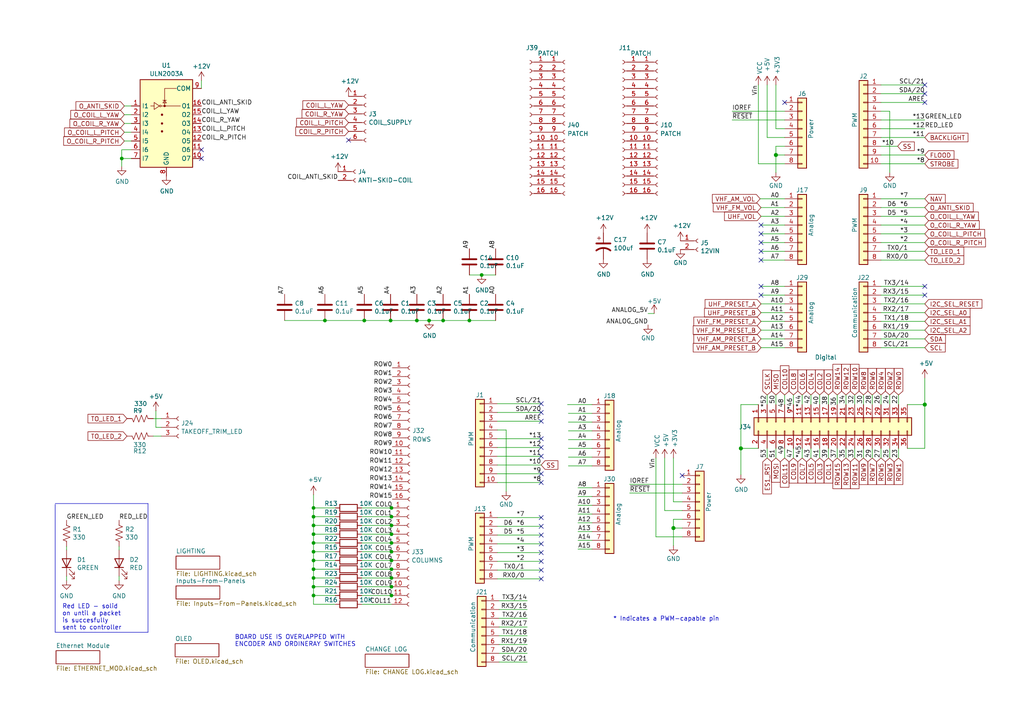
<source format=kicad_sch>
(kicad_sch (version 20231120) (generator "eeschema") (generator_version "8.0")
  (paper "A4")
  (title_block (date "2024-08-06"))
  (junction (at 113.538 154.94))
  (junction (at 113.538 160.02))
  (junction (at 113.538 149.86))
  (junction (at 214.884 130.048) (diameter 1.016))
  (junction (at 128.524 92.964))
  (junction (at 90.932 147.32))
  (junction (at 113.538 165.1))
  (junction (at 225.044 44.958) (diameter 1.016))
  (junction (at 124.46 92.964))
  (junction (at 113.538 172.72))
  (junction (at 35.306 45.974))
  (junction (at 139.7 79.756))
  (junction (at 90.932 157.48))
  (junction (at 90.932 149.86))
  (junction (at 90.932 165.1))
  (junction (at 94.234 92.964))
  (junction (at 113.538 167.64))
  (junction (at 113.538 170.18))
  (junction (at 120.904 92.964))
  (junction (at 90.932 152.4))
  (junction (at 90.932 167.64))
  (junction (at 90.932 154.94))
  (junction (at 90.932 172.72))
  (junction (at 113.284 92.964))
  (junction (at 90.932 160.02))
  (junction (at 113.538 147.32))
  (junction (at 113.538 157.48))
  (junction (at 113.538 152.4))
  (junction (at 105.664 92.964))
  (junction (at 90.932 162.56))
  (junction (at 195.326 153.162) (diameter 1.016))
  (junction (at 113.538 162.56))
  (junction (at 90.932 170.18))
  (junction (at 136.144 92.964))
  (junction (at 268.224 117.348) (diameter 1.016))
  (no_connect (at 156.972 122.174))
  (no_connect (at 156.972 167.894))
  (no_connect (at 220.726 72.898))
  (no_connect (at 156.972 119.634))
  (no_connect (at 58.42 43.434))
  (no_connect (at 156.972 162.814))
  (no_connect (at 156.972 165.354))
  (no_connect (at 156.972 117.094))
  (no_connect (at 156.972 129.794))
  (no_connect (at 58.42 45.974))
  (no_connect (at 220.726 75.438))
  (no_connect (at 156.972 132.334))
  (no_connect (at 156.972 139.954))
  (no_connect (at 268.224 24.638))
  (no_connect (at 156.972 152.654))
  (no_connect (at 268.224 85.598))
  (no_connect (at 156.972 137.414))
  (no_connect (at 220.726 83.058))
  (no_connect (at 156.972 150.114))
  (no_connect (at 220.726 70.358))
  (no_connect (at 197.866 137.922))
  (no_connect (at 156.972 160.274))
  (no_connect (at 220.726 65.278))
  (no_connect (at 156.972 155.194))
  (no_connect (at 156.972 127.254))
  (no_connect (at 220.726 85.598))
  (no_connect (at 220.726 67.818))
  (no_connect (at 227.584 29.718))
  (no_connect (at 268.224 29.718))
  (no_connect (at 268.224 27.178))
  (no_connect (at 156.972 157.734))
  (no_connect (at 101.092 40.64))
  (no_connect (at 268.224 83.058))
  (wire (pts (xy 255.524 75.438) (xy 268.224 75.438)))
  (wire (pts (xy 113.538 157.48) (xy 113.792 157.48)))
  (wire (pts (xy 104.902 170.18) (xy 113.538 170.18)))
  (wire (pts (xy 113.538 154.94) (xy 113.792 154.94)))
  (wire (pts (xy 220.472 57.658) (xy 227.584 57.658)))
  (polyline (pts (xy 42.926 183.388) (xy 42.926 146.05)))
  (wire (pts (xy 144.272 167.894) (xy 156.972 167.894)))
  (wire (pts (xy 220.726 62.738) (xy 227.584 62.738)))
  (wire (pts (xy 36.068 30.734) (xy 38.1 30.734)))
  (wire (pts (xy 190.246 155.702) (xy 190.246 132.842)))
  (wire (pts (xy 237.744 114.554) (xy 237.744 117.348)))
  (wire (pts (xy 36.068 33.274) (xy 38.1 33.274)))
  (wire (pts (xy 113.538 152.4) (xy 113.792 152.4)))
  (wire (pts (xy 45.212 119.126) (xy 45.212 123.952)))
  (wire (pts (xy 104.902 154.94) (xy 113.538 154.94)))
  (wire (pts (xy 97.282 170.18) (xy 90.932 170.18)))
  (wire (pts (xy 113.538 160.02) (xy 113.792 160.02)))
  (wire (pts (xy 220.726 83.058) (xy 227.584 83.058)))
  (wire (pts (xy 255.524 24.638) (xy 268.224 24.638)))
  (polyline (pts (xy 16.002 146.05) (xy 42.926 146.05)))
  (wire (pts (xy 220.726 100.838) (xy 227.584 100.838)))
  (wire (pts (xy 146.812 124.714) (xy 146.812 142.494)))
  (wire (pts (xy 144.272 160.274) (xy 156.972 160.274)))
  (wire (pts (xy 268.224 117.348) (xy 268.224 130.048)))
  (wire (pts (xy 219.964 117.348) (xy 214.884 117.348)))
  (wire (pts (xy 220.726 90.678) (xy 227.584 90.678)))
  (wire (pts (xy 164.846 130.048) (xy 171.704 130.048)))
  (wire (pts (xy 120.904 92.964) (xy 124.46 92.964)))
  (wire (pts (xy 36.068 38.354) (xy 38.1 38.354)))
  (wire (pts (xy 245.364 114.554) (xy 245.364 117.348)))
  (wire (pts (xy 90.932 170.18) (xy 90.932 172.72)))
  (wire (pts (xy 255.524 88.138) (xy 268.224 88.138)))
  (wire (pts (xy 225.044 42.418) (xy 225.044 44.958)))
  (wire (pts (xy 220.726 75.438) (xy 227.584 75.438)))
  (wire (pts (xy 242.824 130.048) (xy 242.824 132.842)))
  (wire (pts (xy 164.846 135.128) (xy 171.704 135.128)))
  (wire (pts (xy 164.846 122.428) (xy 171.704 122.428)))
  (wire (pts (xy 197.866 155.702) (xy 190.246 155.702)))
  (wire (pts (xy 225.044 114.554) (xy 225.044 117.348)))
  (wire (pts (xy 144.272 132.334) (xy 156.972 132.334)))
  (wire (pts (xy 225.044 44.958) (xy 225.044 50.038)))
  (wire (pts (xy 227.584 130.048) (xy 227.584 132.842)))
  (wire (pts (xy 143.764 92.964) (xy 136.144 92.964)))
  (wire (pts (xy 167.64 154.178) (xy 171.704 154.178)))
  (wire (pts (xy 255.524 130.048) (xy 255.524 132.842)))
  (wire (pts (xy 182.626 140.462) (xy 197.866 140.462)))
  (wire (pts (xy 225.044 37.338) (xy 227.584 37.338)))
  (wire (pts (xy 144.272 137.414) (xy 156.972 137.414)))
  (wire (pts (xy 90.932 167.64) (xy 90.932 170.18)))
  (wire (pts (xy 90.932 147.32) (xy 90.932 149.86)))
  (wire (pts (xy 182.626 143.002) (xy 197.866 143.002)))
  (wire (pts (xy 247.904 114.554) (xy 247.904 117.348)))
  (wire (pts (xy 222.504 39.878) (xy 227.584 39.878)))
  (wire (pts (xy 245.364 130.048) (xy 245.364 132.842)))
  (wire (pts (xy 19.304 158.496) (xy 19.304 159.512)))
  (wire (pts (xy 222.504 24.638) (xy 222.504 39.878)))
  (polyline (pts (xy 16.002 146.304) (xy 16.002 183.388)))
  (wire (pts (xy 252.984 130.048) (xy 252.984 132.842)))
  (wire (pts (xy 220.726 72.898) (xy 227.584 72.898)))
  (wire (pts (xy 144.272 152.654) (xy 156.972 152.654)))
  (wire (pts (xy 104.902 175.26) (xy 113.538 175.26)))
  (wire (pts (xy 255.524 34.798) (xy 268.224 34.798)))
  (wire (pts (xy 220.726 98.298) (xy 227.584 98.298)))
  (wire (pts (xy 225.044 24.638) (xy 225.044 37.338)))
  (wire (pts (xy 220.726 88.138) (xy 227.584 88.138)))
  (wire (pts (xy 255.524 57.658) (xy 268.224 57.658)))
  (wire (pts (xy 255.524 42.418) (xy 260.35 42.418)))
  (wire (pts (xy 255.524 37.338) (xy 268.224 37.338)))
  (wire (pts (xy 227.584 114.554) (xy 227.584 117.348)))
  (wire (pts (xy 255.524 60.198) (xy 268.224 60.198)))
  (wire (pts (xy 144.78 174.244) (xy 152.908 174.244)))
  (wire (pts (xy 167.64 144.018) (xy 171.704 144.018)))
  (wire (pts (xy 192.786 132.842) (xy 192.786 148.082)))
  (wire (pts (xy 195.326 132.842) (xy 195.326 145.542)))
  (wire (pts (xy 113.538 172.72) (xy 113.792 172.72)))
  (wire (pts (xy 255.524 95.758) (xy 268.224 95.758)))
  (wire (pts (xy 195.326 150.622) (xy 195.326 153.162)))
  (wire (pts (xy 97.282 162.56) (xy 90.932 162.56)))
  (wire (pts (xy 97.282 157.48) (xy 90.932 157.48)))
  (wire (pts (xy 144.78 179.324) (xy 152.908 179.324)))
  (wire (pts (xy 164.846 127.508) (xy 171.704 127.508)))
  (wire (pts (xy 58.42 23.368) (xy 58.42 25.654)))
  (wire (pts (xy 167.64 149.098) (xy 171.704 149.098)))
  (wire (pts (xy 144.272 124.714) (xy 146.812 124.714)))
  (wire (pts (xy 214.884 117.348) (xy 214.884 130.048)))
  (wire (pts (xy 38.1 43.434) (xy 35.306 43.434)))
  (wire (pts (xy 97.282 149.86) (xy 90.932 149.86)))
  (wire (pts (xy 219.964 130.048) (xy 214.884 130.048)))
  (wire (pts (xy 232.664 114.554) (xy 232.664 117.348)))
  (wire (pts (xy 255.524 44.958) (xy 268.224 44.958)))
  (wire (pts (xy 144.272 165.354) (xy 156.972 165.354)))
  (wire (pts (xy 220.726 67.818) (xy 227.584 67.818)))
  (wire (pts (xy 144.272 157.734) (xy 156.972 157.734)))
  (wire (pts (xy 235.204 114.554) (xy 235.204 117.348)))
  (wire (pts (xy 232.664 130.048) (xy 232.664 132.842)))
  (wire (pts (xy 250.444 130.048) (xy 250.444 132.842)))
  (wire (pts (xy 104.902 167.64) (xy 113.538 167.64)))
  (wire (pts (xy 255.524 65.278) (xy 268.224 65.278)))
  (wire (pts (xy 113.538 167.64) (xy 113.792 167.64)))
  (wire (pts (xy 242.824 114.554) (xy 242.824 117.348)))
  (wire (pts (xy 237.744 130.048) (xy 237.744 132.842)))
  (wire (pts (xy 90.932 160.02) (xy 90.932 162.56)))
  (wire (pts (xy 144.272 129.794) (xy 156.972 129.794)))
  (wire (pts (xy 220.726 70.358) (xy 227.584 70.358)))
  (wire (pts (xy 195.326 153.162) (xy 195.326 158.242)))
  (wire (pts (xy 212.344 32.258) (xy 227.584 32.258)))
  (wire (pts (xy 104.902 152.4) (xy 113.538 152.4)))
  (wire (pts (xy 144.78 176.784) (xy 152.908 176.784)))
  (wire (pts (xy 35.306 45.974) (xy 35.306 48.26)))
  (wire (pts (xy 90.932 165.1) (xy 90.932 167.64)))
  (wire (pts (xy 197.866 150.622) (xy 195.326 150.622)))
  (wire (pts (xy 44.45 121.412) (xy 46.736 121.412)))
  (wire (pts (xy 120.904 92.964) (xy 113.284 92.964)))
  (wire (pts (xy 104.902 162.56) (xy 113.538 162.56)))
  (wire (pts (xy 167.64 156.718) (xy 171.704 156.718)))
  (wire (pts (xy 44.45 126.492) (xy 46.736 126.492)))
  (wire (pts (xy 255.524 85.598) (xy 268.224 85.598)))
  (wire (pts (xy 268.224 109.728) (xy 268.224 117.348)))
  (wire (pts (xy 45.212 123.952) (xy 46.736 123.952)))
  (wire (pts (xy 34.544 167.132) (xy 34.544 168.402)))
  (wire (pts (xy 97.282 160.02) (xy 90.932 160.02)))
  (wire (pts (xy 90.932 162.56) (xy 90.932 165.1)))
  (wire (pts (xy 128.524 92.964) (xy 136.144 92.964)))
  (wire (pts (xy 258.064 32.258) (xy 258.064 50.038)))
  (wire (pts (xy 144.272 162.814) (xy 156.972 162.814)))
  (wire (pts (xy 255.524 100.838) (xy 268.224 100.838)))
  (wire (pts (xy 167.64 159.258) (xy 171.704 159.258)))
  (wire (pts (xy 144.78 192.024) (xy 152.908 192.024)))
  (wire (pts (xy 97.282 154.94) (xy 90.932 154.94)))
  (wire (pts (xy 255.524 29.718) (xy 268.224 29.718)))
  (wire (pts (xy 167.64 141.478) (xy 171.704 141.478)))
  (wire (pts (xy 263.144 117.348) (xy 268.224 117.348)))
  (wire (pts (xy 97.282 165.1) (xy 90.932 165.1)))
  (wire (pts (xy 260.604 114.554) (xy 260.604 117.348)))
  (wire (pts (xy 255.524 93.218) (xy 268.224 93.218)))
  (wire (pts (xy 220.726 65.278) (xy 227.584 65.278)))
  (wire (pts (xy 34.544 158.496) (xy 34.544 159.512)))
  (wire (pts (xy 144.78 186.944) (xy 152.908 186.944)))
  (wire (pts (xy 220.726 95.758) (xy 227.584 95.758)))
  (wire (pts (xy 90.932 172.72) (xy 90.932 175.26)))
  (wire (pts (xy 167.64 151.638) (xy 171.704 151.638)))
  (wire (pts (xy 212.344 34.798) (xy 227.584 34.798)))
  (wire (pts (xy 104.902 172.72) (xy 113.538 172.72)))
  (wire (pts (xy 255.524 83.058) (xy 268.224 83.058)))
  (wire (pts (xy 113.284 92.964) (xy 105.664 92.964)))
  (wire (pts (xy 227.584 44.958) (xy 225.044 44.958)))
  (wire (pts (xy 104.902 147.32) (xy 113.538 147.32)))
  (wire (pts (xy 144.272 155.194) (xy 156.972 155.194)))
  (wire (pts (xy 82.55 92.964) (xy 94.234 92.964)))
  (wire (pts (xy 195.326 145.542) (xy 197.866 145.542)))
  (wire (pts (xy 250.444 114.554) (xy 250.444 117.348)))
  (polyline (pts (xy 16.002 183.388) (xy 42.926 183.388)))
  (wire (pts (xy 113.538 149.86) (xy 113.792 149.86)))
  (wire (pts (xy 144.272 150.114) (xy 156.972 150.114)))
  (wire (pts (xy 220.726 60.198) (xy 227.584 60.198)))
  (wire (pts (xy 255.524 114.554) (xy 255.524 117.348)))
  (wire (pts (xy 227.584 47.498) (xy 219.964 47.498)))
  (wire (pts (xy 222.504 114.554) (xy 222.504 117.348)))
  (wire (pts (xy 220.726 85.598) (xy 227.584 85.598)))
  (wire (pts (xy 230.124 114.554) (xy 230.124 117.348)))
  (wire (pts (xy 113.538 162.56) (xy 113.792 162.56)))
  (wire (pts (xy 97.282 147.32) (xy 90.932 147.32)))
  (wire (pts (xy 225.044 130.048) (xy 225.044 132.842)))
  (wire (pts (xy 94.234 92.964) (xy 105.664 92.964)))
  (wire (pts (xy 144.272 122.174) (xy 156.972 122.174)))
  (wire (pts (xy 240.284 114.554) (xy 240.284 117.348)))
  (wire (pts (xy 113.538 170.18) (xy 113.792 170.18)))
  (wire (pts (xy 104.902 165.1) (xy 113.538 165.1)))
  (wire (pts (xy 113.538 147.32) (xy 113.792 147.32)))
  (wire (pts (xy 90.932 157.48) (xy 90.932 160.02)))
  (wire (pts (xy 97.282 167.64) (xy 90.932 167.64)))
  (wire (pts (xy 247.904 130.048) (xy 247.904 132.842)))
  (wire (pts (xy 164.846 132.588) (xy 171.704 132.588)))
  (wire (pts (xy 144.78 181.864) (xy 152.908 181.864)))
  (wire (pts (xy 144.272 127.254) (xy 156.972 127.254)))
  (wire (pts (xy 222.504 130.048) (xy 222.504 132.842)))
  (wire (pts (xy 255.524 90.678) (xy 268.224 90.678)))
  (wire (pts (xy 255.524 32.258) (xy 258.064 32.258)))
  (wire (pts (xy 240.284 130.048) (xy 240.284 132.842)))
  (wire (pts (xy 104.902 149.86) (xy 113.538 149.86)))
  (wire (pts (xy 113.538 165.1) (xy 113.792 165.1)))
  (wire (pts (xy 220.726 93.218) (xy 227.584 93.218)))
  (wire (pts (xy 90.932 149.86) (xy 90.932 152.4)))
  (wire (pts (xy 227.584 42.418) (xy 225.044 42.418)))
  (wire (pts (xy 144.78 184.404) (xy 152.908 184.404)))
  (wire (pts (xy 255.524 39.878) (xy 268.224 39.878)))
  (wire (pts (xy 124.46 92.964) (xy 128.524 92.964)))
  (wire (pts (xy 36.068 40.894) (xy 38.1 40.894)))
  (wire (pts (xy 143.764 79.756) (xy 139.7 79.756)))
  (wire (pts (xy 197.866 153.162) (xy 195.326 153.162)))
  (wire (pts (xy 144.272 139.954) (xy 156.972 139.954)))
  (wire (pts (xy 164.846 119.888) (xy 171.704 119.888)))
  (wire (pts (xy 104.902 157.48) (xy 113.538 157.48)))
  (wire (pts (xy 255.524 62.738) (xy 268.224 62.738)))
  (wire (pts (xy 144.78 189.484) (xy 152.908 189.484)))
  (wire (pts (xy 164.592 117.348) (xy 171.704 117.348)))
  (wire (pts (xy 144.272 119.634) (xy 156.972 119.634)))
  (wire (pts (xy 164.846 124.968) (xy 171.704 124.968)))
  (wire (pts (xy 255.524 98.298) (xy 268.224 98.298)))
  (wire (pts (xy 35.306 45.974) (xy 38.1 45.974)))
  (wire (pts (xy 268.224 130.048) (xy 263.144 130.048)))
  (wire (pts (xy 187.96 90.932) (xy 189.738 90.932)))
  (wire (pts (xy 36.068 35.814) (xy 38.1 35.814)))
  (wire (pts (xy 90.932 152.4) (xy 90.932 154.94)))
  (wire (pts (xy 35.306 43.434) (xy 35.306 45.974)))
  (wire (pts (xy 260.604 130.048) (xy 260.604 132.842)))
  (wire (pts (xy 255.524 27.178) (xy 268.224 27.178)))
  (wire (pts (xy 90.932 143.51) (xy 90.932 147.32)))
  (wire (pts (xy 144.272 117.094) (xy 156.972 117.094)))
  (wire (pts (xy 258.064 130.048) (xy 258.064 132.842)))
  (wire (pts (xy 104.902 160.02) (xy 113.538 160.02)))
  (wire (pts (xy 255.524 70.358) (xy 268.224 70.358)))
  (wire (pts (xy 252.984 114.554) (xy 252.984 117.348)))
  (wire (pts (xy 97.282 152.4) (xy 90.932 152.4)))
  (wire (pts (xy 255.524 67.818) (xy 268.224 67.818)))
  (wire (pts (xy 90.932 172.72) (xy 97.282 172.72)))
  (wire (pts (xy 90.932 175.26) (xy 97.282 175.26)))
  (wire (pts (xy 235.204 130.048) (xy 235.204 132.842)))
  (wire (pts (xy 167.64 146.558) (xy 171.704 146.558)))
  (wire (pts (xy 139.7 79.756) (xy 136.144 79.756)))
  (wire (pts (xy 258.064 114.554) (xy 258.064 117.348)))
  (wire (pts (xy 90.932 154.94) (xy 90.932 157.48)))
  (wire (pts (xy 255.524 72.898) (xy 268.224 72.898)))
  (wire (pts (xy 219.964 47.498) (xy 219.964 24.638)))
  (wire (pts (xy 214.884 130.048) (xy 214.884 137.668)))
  (wire (pts (xy 144.272 134.874) (xy 156.972 134.874)))
  (wire (pts (xy 192.786 148.082) (xy 197.866 148.082)))
  (wire (pts (xy 19.304 167.132) (xy 19.304 168.402)))
  (wire (pts (xy 255.524 47.498) (xy 268.224 47.498)))
  (wire (pts (xy 230.124 130.048) (xy 230.124 132.842)))
  (text "BOARD USE IS OVERLAPPED WITH\nENCODER AND ORDINERAY SWITCHES" (at 68.072 187.706 0) (effects (font (size 1.27 1.27)) (justify left bottom)))
  (text "Red LED - solid\non until a packet\nis succesfully \nsent to controller" (at 18.034 182.88 0) (effects (font (size 1.27 1.27)) (justify left bottom)))
  (text "* Indicates a PWM-capable pin" (at 177.8 180.34 0) (effects (font (size 1.27 1.27)) (justify left bottom)))
  (label "A10" (at 223.52 88.138 0))
  (label "*6" (at 152.146 152.654 180))
  (label "RX0{slash}0" (at 263.398 75.438 180))
  (label "A15" (at 223.52 100.838 0))
  (label "ROW9" (at 113.792 129.54 180))
  (label "ROW5" (at 113.792 119.38 180))
  (label "D6" (at 146.05 152.654 0))
  (label "A2" (at 223.52 62.738 0))
  (label "RX2{slash}17" (at 263.652 90.678 180))
  (label "A6" (at 94.234 85.344 90))
  (label "ANALOG_5V" (at 187.96 90.932 180))
  (label "A10" (at 167.64 146.558 0))
  (label "*4" (at 263.398 65.278 180))
  (label "*8" (at 156.972 139.954 180))
  (label "ROW15" (at 113.792 144.78 180))
  (label "D5" (at 257.302 62.738 0))
  (label "COL7" (at 113.792 165.1 180))
  (label "A9" (at 167.64 144.018 0))
  (label "ROW8" (at 113.792 127 180))
  (label "COL10" (at 113.792 172.72 180))
  (label "RX3{slash}15" (at 152.908 176.784 180))
  (label "SDA{slash}20" (at 263.652 98.298 180))
  (label "26" (at 255.524 114.554 270))
  (label "RX1{slash}19" (at 152.908 186.944 180))
  (label "31" (at 250.444 132.842 90))
  (label "COL5" (at 113.792 160.02 180))
  (label "*2" (at 152.146 162.814 180))
  (label "22" (at 260.604 114.554 270))
  (label "A9" (at 136.144 72.136 90))
  (label "33" (at 247.904 132.842 90))
  (label "36" (at 242.824 115.062 270))
  (label "*2" (at 263.398 70.358 180))
  (label "Vin" (at 190.246 132.842 270))
  (label "*13" (at 156.972 127.254 180))
  (label "A1" (at 167.64 119.888 0))
  (label "TX1{slash}18" (at 263.652 93.218 180))
  (label "A4" (at 167.64 127.508 0))
  (label "*44" (at 232.664 114.554 270))
  (label "A3" (at 223.52 65.278 0))
  (label "49" (at 227.584 131.826 90))
  (label "ROW7" (at 113.792 124.46 180))
  (label "A2" (at 167.64 122.428 0))
  (label "RED_LED" (at 268.224 37.338 0))
  (label "*5" (at 152.146 155.194 180))
  (label "*13" (at 268.224 34.798 180))
  (label "A2" (at 128.524 85.344 90))
  (label "*52" (at 222.504 114.554 270))
  (label "*12" (at 268.224 37.338 180))
  (label "40" (at 237.744 114.808 270))
  (label "*10" (at 156.972 134.874 180))
  (label "GREEN_LED" (at 19.304 150.876 0))
  (label "~{RESET}" (at 212.344 34.798 0))
  (label "D6" (at 257.302 60.198 0))
  (label "COL6" (at 113.792 162.56 180))
  (label "SDA{slash}20" (at 156.972 119.634 180))
  (label "COIL_ANTI_SKID" (at 98.044 52.324 180))
  (label "35" (at 245.364 132.842 90))
  (label "A5" (at 167.64 130.048 0))
  (label "ROW0" (at 113.792 106.68 180))
  (label "A7" (at 82.55 85.344 90))
  (label "*10" (at 259.334 42.418 180))
  (label "A0" (at 167.64 117.348 0))
  (label "*4" (at 152.146 157.734 180))
  (label "D5" (at 146.05 155.194 0))
  (label "ROW12" (at 113.792 137.16 180))
  (label "COIL_L_YAW" (at 58.42 33.274 0))
  (label "*12" (at 156.972 129.794 180))
  (label "ROW4" (at 113.792 116.84 180))
  (label "28" (at 252.984 114.554 270))
  (label "RED_LED" (at 34.544 150.876 0))
  (label "TX3{slash}14" (at 152.908 174.244 180))
  (label "*9" (at 156.972 137.414 180))
  (label "23" (at 260.604 132.842 90))
  (label "A1" (at 136.144 85.344 90))
  (label "A15" (at 167.64 159.258 0))
  (label "A3" (at 120.904 85.344 90))
  (label "SCL{slash}21" (at 152.908 192.024 180))
  (label "GREEN_LED" (at 268.224 34.798 0))
  (label "29" (at 252.984 132.842 90))
  (label "A13" (at 223.52 95.758 0))
  (label "41" (at 237.744 132.842 90))
  (label "30" (at 250.444 114.554 270))
  (label "47" (at 230.124 132.842 90))
  (label "34" (at 245.364 114.554 270))
  (label "*45" (at 232.664 132.842 90))
  (label "38" (at 240.284 114.808 270))
  (label "A12" (at 167.64 151.638 0))
  (label "51" (at 225.044 132.842 90))
  (label "*7" (at 263.398 57.658 180))
  (label "SDA{slash}20" (at 268.224 27.178 180))
  (label "*8" (at 268.224 47.498 180))
  (label "ROW10" (at 113.792 132.08 180))
  (label "RX2{slash}17" (at 152.908 181.864 180))
  (label "A9" (at 223.52 85.598 0))
  (label "SCL{slash}21" (at 156.972 117.094 180))
  (label "RX0{slash}0" (at 152.146 167.894 180))
  (label "*11" (at 268.224 39.878 180))
  (label "*3" (at 263.398 67.818 180))
  (label "ROW2" (at 113.792 111.76 180))
  (label "A6" (at 223.52 72.898 0))
  (label "COL11" (at 113.538 175.26 180))
  (label "TX1{slash}18" (at 152.908 184.404 180))
  (label "42" (at 235.204 114.554 270))
  (label "A1" (at 223.52 60.198 0))
  (label "53" (at 222.504 132.842 90))
  (label "SDA{slash}20" (at 152.908 189.484 180))
  (label "TX0{slash}1" (at 263.398 72.898 180))
  (label "A13" (at 167.64 154.178 0))
  (label "24" (at 258.064 114.554 270))
  (label "RX1{slash}19" (at 263.652 95.758 180))
  (label "A0" (at 143.764 85.344 90))
  (label "IOREF" (at 182.626 140.462 0))
  (label "A0" (at 223.52 57.658 0))
  (label "AREF" (at 268.224 29.718 180))
  (label "COL9" (at 113.792 170.18 180))
  (label "A14" (at 223.52 98.298 0))
  (label "39" (at 240.284 132.842 90))
  (label "A8" (at 223.52 83.058 0))
  (label "A7" (at 167.64 135.128 0))
  (label "ROW11" (at 113.792 134.62 180))
  (label "Vin" (at 219.964 24.638 270))
  (label "A6" (at 167.64 132.588 0))
  (label "27" (at 255.524 132.842 90))
  (label "ROW3" (at 113.792 114.3 180))
  (label "37" (at 242.824 132.842 90))
  (label "25" (at 258.064 132.842 90))
  (label "*6" (at 263.398 60.198 180))
  (label "ROW6" (at 113.792 121.92 180))
  (label "*46" (at 230.124 115.316 270))
  (label "SCL{slash}21" (at 268.224 24.638 180))
  (label "*9" (at 268.224 44.958 180))
  (label "~{RESET}" (at 182.626 143.002 0))
  (label "ROW1" (at 113.792 109.22 180))
  (label "50" (at 225.044 114.554 270))
  (label "TX2{slash}16" (at 263.652 88.138 180))
  (label "COL0" (at 113.792 147.32 180))
  (label "COL4" (at 113.792 157.48 180))
  (label "ROW13" (at 113.792 139.7 180))
  (label "TX0{slash}1" (at 152.146 165.354 180))
  (label "COL1" (at 113.792 149.86 180))
  (label "A8" (at 143.764 72.136 90))
  (label "*5" (at 263.398 62.738 180))
  (label "*11" (at 156.972 132.334 180))
  (label "ROW14" (at 113.792 142.24 180))
  (label "AREF" (at 156.972 122.174 180))
  (label "COIL_L_PITCH" (at 58.42 38.354 0))
  (label "IOREF" (at 212.344 32.258 0))
  (label "TX2{slash}16" (at 152.908 179.324 180))
  (label "*7" (at 152.146 150.114 180))
  (label "COIL_R_PITCH" (at 58.42 40.894 0))
  (label "A7" (at 223.52 75.438 0))
  (label "COIL_ANTI_SKID" (at 58.42 30.734 0))
  (label "A3" (at 167.64 124.968 0))
  (label "A11" (at 223.52 90.678 0))
  (label "A4" (at 223.52 67.818 0))
  (label "COL2" (at 113.792 152.4 180))
  (label "A5" (at 105.664 85.344 90))
  (label "A5" (at 223.52 70.358 0))
  (label "COIL_R_YAW" (at 58.42 35.814 0))
  (label "RX3{slash}15" (at 263.652 85.598 180))
  (label "ANALOG_GND" (at 187.96 94.234 180))
  (label "COL3" (at 113.792 154.94 180))
  (label "TX3{slash}14" (at 263.652 83.058 180))
  (label "A11" (at 167.64 149.098 0))
  (label "A8" (at 167.64 141.478 0))
  (label "A4" (at 113.284 85.344 90))
  (label "*3" (at 152.146 160.274 180))
  (label "COL8" (at 113.792 167.64 180))
  (label "32" (at 247.904 114.554 270))
  (label "43" (at 235.204 132.842 90))
  (label "A12" (at 223.52 93.218 0))
  (label "A14" (at 167.64 156.718 0))
  (label "SCL{slash}21" (at 263.652 100.838 180))
  (label "48" (at 227.584 115.57 270))
  (global_label "ROW12" (shape input) (at 245.364 114.554 90) (property "Intersheetrefs" "${INTERSHEET_REFS}" (effects (hide yes))))
  (global_label "ROW14" (shape input) (at 242.824 114.554 90) (property "Intersheetrefs" "${INTERSHEET_REFS}" (effects (hide yes))))
  (global_label "COL4" (shape input) (at 235.204 114.554 90) (property "Intersheetrefs" "${INTERSHEET_REFS}" (effects (hide yes))))
  (global_label "O_COIL_R_PITCH" (shape input) (at 36.068 40.894 180) (property "Intersheetrefs" "${INTERSHEET_REFS}" (effects (hide yes))))
  (global_label "I2C_SEL_A1" (shape input) (at 268.224 93.218 0) (property "Intersheetrefs" "${INTERSHEET_REFS}" (effects (hide yes))))
  (global_label "FLOOD" (shape input) (at 268.224 44.958 0) (property "Intersheetrefs" "${INTERSHEET_REFS}" (effects (hide yes))))
  (global_label "COIL_R_PITCH" (shape input) (at 101.092 38.1 180) (property "Intersheetrefs" "${INTERSHEET_REFS}" (effects (hide yes))))
  (global_label "O_COIL_L_PITCH" (shape input) (at 268.224 67.818 0) (property "Intersheetrefs" "${INTERSHEET_REFS}" (effects (hide yes))))
  (global_label "O_COIL_R_PITCH" (shape input) (at 268.224 70.358 0) (property "Intersheetrefs" "${INTERSHEET_REFS}" (effects (hide yes))))
  (global_label "O_ANTI_SKID" (shape input) (at 268.224 60.198 0) (property "Intersheetrefs" "${INTERSHEET_REFS}" (effects (hide yes))))
  (global_label "COIL_L_YAW" (shape input) (at 101.092 30.48 180) (property "Intersheetrefs" "${INTERSHEET_REFS}" (effects (hide yes))))
  (global_label "ROW8" (shape input) (at 250.444 114.554 90) (property "Intersheetrefs" "${INTERSHEET_REFS}" (effects (hide yes))))
  (global_label "SS" (shape input) (at 156.972 134.874 0) (property "Intersheetrefs" "${INTERSHEET_REFS}" (effects (hide yes))))
  (global_label "ROW6" (shape input) (at 252.984 114.554 90) (property "Intersheetrefs" "${INTERSHEET_REFS}" (effects (hide yes))))
  (global_label "SS" (shape input) (at 260.35 42.418 0) (property "Intersheetrefs" "${INTERSHEET_REFS}" (effects (hide yes))))
  (global_label "TO_LED_1" (shape input) (at 268.224 72.898 0) (property "Intersheetrefs" "${INTERSHEET_REFS}" (effects (hide yes))))
  (global_label "COL10" (shape input) (at 227.584 114.554 90) (property "Intersheetrefs" "${INTERSHEET_REFS}" (effects (hide yes))))
  (global_label "O_ANTI_SKID" (shape input) (at 36.068 30.734 180) (property "Intersheetrefs" "${INTERSHEET_REFS}" (effects (hide yes))))
  (global_label "TO_LED_2" (shape input) (at 268.224 75.438 0) (property "Intersheetrefs" "${INTERSHEET_REFS}" (effects (hide yes))))
  (global_label "UHF_VOL" (shape input) (at 220.726 62.738 180) (property "Intersheetrefs" "${INTERSHEET_REFS}" (effects (hide yes))))
  (global_label "COIL_L_PITCH" (shape input) (at 101.092 35.56 180) (property "Intersheetrefs" "${INTERSHEET_REFS}" (effects (hide yes))))
  (global_label "COL11" (shape input) (at 227.584 132.842 270) (property "Intersheetrefs" "${INTERSHEET_REFS}" (effects (hide yes))))
  (global_label "SCL" (shape input) (at 268.224 100.838 0) (property "Intersheetrefs" "${INTERSHEET_REFS}" (effects (hide yes))))
  (global_label "TO_LED_1" (shape input) (at 36.83 121.412 180) (property "Intersheetrefs" "${INTERSHEET_REFS}" (effects (hide yes))))
  (global_label "ROW5" (shape input) (at 255.524 132.842 270) (property "Intersheetrefs" "${INTERSHEET_REFS}" (effects (hide yes))))
  (global_label "ES1_RST" (shape input) (at 222.504 132.842 270) (property "Intersheetrefs" "${INTERSHEET_REFS}" (effects (hide yes))))
  (global_label "VHF_FM_PRESET_B" (shape input) (at 220.726 95.758 180) (property "Intersheetrefs" "${INTERSHEET_REFS}" (effects (hide yes))))
  (global_label "MISO" (shape input) (at 225.044 114.554 90) (property "Intersheetrefs" "${INTERSHEET_REFS}" (effects (hide yes))))
  (global_label "UHF_PRESET_A" (shape input) (at 220.726 88.138 180) (property "Intersheetrefs" "${INTERSHEET_REFS}" (effects (hide yes))))
  (global_label "STROBE" (shape input) (at 268.224 47.498 0) (property "Intersheetrefs" "${INTERSHEET_REFS}" (effects (hide yes))))
  (global_label "VHF_FM_VOL" (shape input) (at 220.726 60.198 180) (property "Intersheetrefs" "${INTERSHEET_REFS}" (effects (hide yes))))
  (global_label "MOSI" (shape input) (at 225.044 132.842 270) (property "Intersheetrefs" "${INTERSHEET_REFS}" (effects (hide yes))))
  (global_label "COL0" (shape input) (at 240.284 114.554 90) (property "Intersheetrefs" "${INTERSHEET_REFS}" (effects (hide yes))))
  (global_label "ROW11" (shape input) (at 247.904 132.842 270) (property "Intersheetrefs" "${INTERSHEET_REFS}" (effects (hide yes))))
  (global_label "BACKLIGHT" (shape input) (at 268.224 39.878 0) (property "Intersheetrefs" "${INTERSHEET_REFS}" (effects (hide yes))))
  (global_label "COL6" (shape input) (at 232.664 114.554 90) (property "Intersheetrefs" "${INTERSHEET_REFS}" (effects (hide yes))))
  (global_label "SCLK" (shape input) (at 222.504 114.554 90) (property "Intersheetrefs" "${INTERSHEET_REFS}" (effects (hide yes))))
  (global_label "ROW15" (shape input) (at 242.824 132.842 270) (property "Intersheetrefs" "${INTERSHEET_REFS}" (effects (hide yes))))
  (global_label "ROW10" (shape input) (at 247.904 114.554 90) (property "Intersheetrefs" "${INTERSHEET_REFS}" (effects (hide yes))))
  (global_label "COL9" (shape input) (at 230.124 132.842 270) (property "Intersheetrefs" "${INTERSHEET_REFS}" (effects (hide yes))))
  (global_label "ROW4" (shape input) (at 255.524 114.554 90) (property "Intersheetrefs" "${INTERSHEET_REFS}" (effects (hide yes))))
  (global_label "I2C_SEL_A2" (shape input) (at 268.224 95.758 0) (property "Intersheetrefs" "${INTERSHEET_REFS}" (effects (hide yes))))
  (global_label "VHF_AM_PRESET_A" (shape input) (at 220.726 98.298 180) (property "Intersheetrefs" "${INTERSHEET_REFS}" (effects (hide yes))))
  (global_label "ROW13" (shape input) (at 245.364 132.842 270) (property "Intersheetrefs" "${INTERSHEET_REFS}" (effects (hide yes))))
  (global_label "I2C_SEL_A0" (shape input) (at 268.224 90.678 0) (property "Intersheetrefs" "${INTERSHEET_REFS}" (effects (hide yes))))
  (global_label "COL2" (shape input) (at 237.744 114.554 90) (property "Intersheetrefs" "${INTERSHEET_REFS}" (effects (hide yes))))
  (global_label "SDA" (shape input) (at 268.224 98.298 0) (property "Intersheetrefs" "${INTERSHEET_REFS}" (effects (hide yes))))
  (global_label "VHF_AM_VOL" (shape input) (at 220.472 57.658 180) (property "Intersheetrefs" "${INTERSHEET_REFS}" (effects (hide yes))))
  (global_label "TO_LED_2" (shape input) (at 36.83 126.492 180) (property "Intersheetrefs" "${INTERSHEET_REFS}" (effects (hide yes))))
  (global_label "VHF_AM_PRESET_B" (shape input) (at 220.726 100.838 180) (property "Intersheetrefs" "${INTERSHEET_REFS}" (effects (hide yes))))
  (global_label "O_COIL_L_PITCH" (shape input) (at 36.068 38.354 180) (property "Intersheetrefs" "${INTERSHEET_REFS}" (effects (hide yes))))
  (global_label "COL8" (shape input) (at 230.124 114.554 90) (property "Intersheetrefs" "${INTERSHEET_REFS}" (effects (hide yes))))
  (global_label "COL7" (shape input) (at 232.664 132.842 270) (property "Intersheetrefs" "${INTERSHEET_REFS}" (effects (hide yes))))
  (global_label "O_COIL_R_YAW" (shape input) (at 36.068 35.814 180) (property "Intersheetrefs" "${INTERSHEET_REFS}" (effects (hide yes))))
  (global_label "I2C_SEL_RESET" (shape input) (at 268.224 88.138 0) (property "Intersheetrefs" "${INTERSHEET_REFS}" (effects (hide yes))))
  (global_label "O_COIL_L_YAW" (shape input) (at 36.068 33.274 180) (property "Intersheetrefs" "${INTERSHEET_REFS}" (effects (hide yes))))
  (global_label "ROW9" (shape input) (at 250.444 132.842 270) (property "Intersheetrefs" "${INTERSHEET_REFS}" (effects (hide yes))))
  (global_label "COIL_R_YAW" (shape input) (at 101.092 33.02 180) (property "Intersheetrefs" "${INTERSHEET_REFS}" (effects (hide yes))))
  (global_label "VHF_FM_PRESET_A" (shape input) (at 220.726 93.218 180) (property "Intersheetrefs" "${INTERSHEET_REFS}" (effects (hide yes))))
  (global_label "COL5" (shape input) (at 235.204 132.842 270) (property "Intersheetrefs" "${INTERSHEET_REFS}" (effects (hide yes))))
  (global_label "ROW2" (shape input) (at 258.064 114.554 90) (property "Intersheetrefs" "${INTERSHEET_REFS}" (effects (hide yes))))
  (global_label "UHF_PRESET_B" (shape input) (at 220.726 90.678 180) (property "Intersheetrefs" "${INTERSHEET_REFS}" (effects (hide yes))))
  (global_label "ROW1" (shape input) (at 260.604 132.842 270) (property "Intersheetrefs" "${INTERSHEET_REFS}" (effects (hide yes))))
  (global_label "COL3" (shape input) (at 237.744 132.842 270) (property "Intersheetrefs" "${INTERSHEET_REFS}" (effects (hide yes))))
  (global_label "O_COIL_L_YAW" (shape input) (at 268.224 62.738 0) (property "Intersheetrefs" "${INTERSHEET_REFS}" (effects (hide yes))))
  (global_label "COL1" (shape input) (at 240.284 132.842 270) (property "Intersheetrefs" "${INTERSHEET_REFS}" (effects (hide yes))))
  (global_label "NAV" (shape input) (at 268.224 57.658 0) (property "Intersheetrefs" "${INTERSHEET_REFS}" (effects (hide yes))))
  (global_label "ROW3" (shape input) (at 258.064 132.842 270) (property "Intersheetrefs" "${INTERSHEET_REFS}" (effects (hide yes))))
  (global_label "ROW7" (shape input) (at 252.984 132.842 270) (property "Intersheetrefs" "${INTERSHEET_REFS}" (effects (hide yes))))
  (global_label "O_COIL_R_YAW" (shape input) (at 268.224 65.278 0) (property "Intersheetrefs" "${INTERSHEET_REFS}" (effects (hide yes))))
  (global_label "ROW0" (shape input) (at 260.604 114.554 90) (property "Intersheetrefs" "${INTERSHEET_REFS}" (effects (hide yes))))
  (symbol (lib_id "Connector_Generic:Conn_01x08") (at 232.664 37.338 0) (unit 1)
    (property "Reference" "J6" (at 232.664 27.178 0))
    (property "Value" "Power" (at 235.204 37.338 90))
    (property "Footprint" "Connector_PinSocket_2.54mm:PinSocket_1x08_P2.54mm_Vertical" (effects (hide yes)))
  )
  (symbol (lib_id "power:+3V3") (at 225.044 24.638 0) (unit 1)
    (property "Reference" "#PWR023" (effects (hide yes)))
    (property "Value" "+3V3" (at 225.425 21.59 90) (effects (justify left)))
  )
  (symbol (lib_id "power:+5V") (at 222.504 24.638 0) (unit 1)
    (property "Reference" "#PWR022" (effects (hide yes)))
    (property "Value" "+5V" (at 222.504 20.828 90) (effects (justify left)))
  )
  (symbol (lib_id "power:GND") (at 225.044 50.038 0) (unit 1)
    (property "Reference" "#PWR024" (effects (hide yes)))
    (property "Value" "GND" (at 225.044 53.848 0))
  )
  (symbol (lib_id "Connector_Generic:Conn_01x10") (at 250.444 34.798 0) (mirror y) (unit 1)
    (property "Reference" "J2" (at 250.444 22.098 0))
    (property "Value" "PWM" (at 247.904 34.798 90))
    (property "Footprint" "Connector_PinSocket_2.54mm:PinSocket_1x10_P2.54mm_Vertical" (effects (hide yes)))
  )
  (symbol (lib_id "power:GND") (at 258.064 50.038 0) (unit 1)
    (property "Reference" "#PWR025" (effects (hide yes)))
    (property "Value" "GND" (at 258.064 53.848 0))
  )
  (symbol (lib_id "Connector_Generic:Conn_01x08") (at 232.664 65.278 0) (unit 1)
    (property "Reference" "J17" (at 232.664 55.118 0))
    (property "Value" "Analog" (at 235.204 65.278 90))
    (property "Footprint" "Connector_PinSocket_2.54mm:PinSocket_1x08_P2.54mm_Vertical" (effects (hide yes)))
  )
  (symbol (lib_id "Connector_Generic:Conn_01x08") (at 250.444 65.278 0) (mirror y) (unit 1)
    (property "Reference" "J9" (at 250.444 55.118 0))
    (property "Value" "PWM" (at 247.904 65.278 90))
    (property "Footprint" "Connector_PinSocket_2.54mm:PinSocket_1x08_P2.54mm_Vertical" (effects (hide yes)))
  )
  (symbol (lib_id "Connector_Generic:Conn_01x08") (at 232.664 90.678 0) (unit 1)
    (property "Reference" "J29" (at 232.664 80.518 0))
    (property "Value" "Analog" (at 235.204 90.678 90))
    (property "Footprint" "Connector_PinSocket_2.54mm:PinSocket_1x08_P2.54mm_Vertical" (effects (hide yes)))
  )
  (symbol (lib_id "Connector_Generic:Conn_01x08") (at 250.444 90.678 0) (mirror y) (unit 1)
    (property "Reference" "J22" (at 250.444 80.518 0))
    (property "Value" "Communication" (at 247.904 90.678 90))
    (property "Footprint" "Connector_PinSocket_2.54mm:PinSocket_1x08_P2.54mm_Vertical" (effects (hide yes)))
  )
  (symbol (lib_id "Connector_Generic:Conn_02x18_Odd_Even") (at 240.284 122.428 90) (mirror x) (unit 1)
    (property "Reference" "J34" (at 217.9319 123.8186 90) (effects (justify left)))
    (property "Value" "Digital" (at 239.522 103.632 90))
    (property "Footprint" "Connector_PinSocket_2.54mm:PinSocket_2x18_P2.54mm_Vertical" (effects (hide yes)))
  )
  (symbol (lib_id "power:GND") (at 214.884 137.668 0) (unit 1)
    (property "Reference" "#PWR020" (effects (hide yes)))
    (property "Value" "GND" (at 214.9983 141.9924 0))
  )
  (symbol (lib_id "power:+5V") (at 268.224 109.728 0) (unit 1)
    (property "Reference" "#PWR026" (effects (hide yes)))
    (property "Value" "+5V" (at 268.5923 105.4036 0))
  )
  (symbol (lib_id "Connector:Conn_01x16_Female") (at 118.872 124.46 0) (unit 1)
    (property "Reference" "J32" (at 119.5832 124.8953 0) (effects (justify left)))
    (property "Value" "ROWS" (at 119.5832 127.4322 0) (effects (justify left)))
    (property "Footprint" "Connector_PinHeader_2.54mm:PinHeader_1x16_P2.54mm_Vertical" (effects (hide yes)))
  )
  (symbol (lib_id "Connector:Conn_01x16_Female") (at 190.754 35.814 0) (unit 1)
    (property "Reference" "J10" (at 191.4652 36.2493 0) (effects (justify left)))
    (property "Value" "PATCH" (at 191.4652 38.7862 0) (effects (justify left)))
    (property "Footprint" "Connector_PinHeader_2.54mm:PinHeader_1x16_P2.54mm_Vertical" (effects (hide yes)))
  )
  (symbol (lib_id "Device:R") (at 101.092 162.56 90) (unit 1)
    (property "Reference" "R17" (at 96.012 161.29 90))
    (property "Value" "10K" (at 106.172 161.29 90))
    (property "Footprint" "Resistor_THT:R_Axial_DIN0204_L3.6mm_D1.6mm_P2.54mm_Vertical" (effects (hide yes)))
  )
  (symbol (lib_id "power:GND") (at 187.706 75.184 0) (unit 1)
    (property "Reference" "#PWR038" (effects (hide yes)))
    (property "Value" "GND" (at 187.833 79.5782 0))
  )
  (symbol (lib_id "power:GND") (at 175.006 75.184 0) (unit 1)
    (property "Reference" "#PWR071" (effects (hide yes)))
    (property "Value" "GND" (at 175.133 79.5782 0))
  )
  (symbol (lib_id "Device:R_US") (at 34.544 154.686 0) (unit 1)
    (property "Reference" "R2" (at 36.2712 153.5176 0) (effects (justify left)))
    (property "Value" "330" (at 36.2712 155.829 0) (effects (justify left)))
    (property "Footprint" "Resistor_THT:R_Axial_DIN0204_L3.6mm_D1.6mm_P2.54mm_Vertical" (effects (hide yes)))
  )
  (symbol (lib_id "power:GND") (at 197.358 72.39 0) (unit 1)
    (property "Reference" "#PWR040" (effects (hide yes)))
    (property "Value" "GND" (at 197.358 76.2 0))
  )
  (symbol (lib_id "Connector_Generic:Conn_01x08") (at 202.946 145.542 0) (unit 1)
    (property "Reference" "J7" (at 202.946 135.382 0))
    (property "Value" "Power" (at 205.486 145.542 90))
    (property "Footprint" "Connector_PinSocket_2.54mm:PinSocket_1x08_P2.54mm_Vertical" (effects (hide yes)))
  )
  (symbol (lib_id "power:+5V") (at 192.786 132.842 0) (unit 1)
    (property "Reference" "#PWR017" (effects (hide yes)))
    (property "Value" "+5V" (at 193.1416 129.794 90) (effects (justify left)))
  )
  (symbol (lib_id "power:GND") (at 146.812 142.494 0) (unit 1)
    (property "Reference" "#PWR011" (effects (hide yes)))
    (property "Value" "GND" (at 146.812 146.304 0))
  )
  (symbol (lib_id "Connector:Conn_01x06_Female") (at 106.172 33.02 0) (unit 1)
    (property "Reference" "J3" (at 106.8832 33.0779 0) (effects (justify left)))
    (property "Value" "COIL_SUPPLY" (at 106.8832 35.5021 0) (effects (justify left)))
    (property "Footprint" "Connector_Molex:Molex_KK-254_AE-6410-06A_1x06_P2.54mm_Vertical" (effects (hide yes)))
  )
  (symbol (lib_id "Device:R_US") (at 19.304 154.686 0) (unit 1)
    (property "Reference" "R1" (at 21.0312 153.5176 0) (effects (justify left)))
    (property "Value" "330" (at 21.0312 155.829 0) (effects (justify left)))
    (property "Footprint" "Resistor_THT:R_Axial_DIN0204_L3.6mm_D1.6mm_P2.54mm_Vertical" (effects (hide yes)))
  )
  (symbol (lib_id "Device:R") (at 101.092 170.18 90) (unit 1)
    (property "Reference" "R24" (at 96.012 168.91 90))
    (property "Value" "10K" (at 106.172 168.91 90))
    (property "Footprint" "Resistor_THT:R_Axial_DIN0204_L3.6mm_D1.6mm_P2.54mm_Vertical" (effects (hide yes)))
  )
  (symbol (lib_name "+12V_1") (lib_id "power:+12V") (at 58.42 23.368 0) (unit 1)
    (property "Reference" "#PWR068" (effects (hide yes)))
    (property "Value" "+12V" (at 58.42 19.2349 0))
  )
  (symbol (lib_id "Device:R") (at 101.092 160.02 90) (unit 1)
    (property "Reference" "R15" (at 96.012 158.75 90))
    (property "Value" "10K" (at 106.172 158.75 90))
    (property "Footprint" "Resistor_THT:R_Axial_DIN0204_L3.6mm_D1.6mm_P2.54mm_Vertical" (effects (hide yes)))
  )
  (symbol (lib_id "Connector_Generic:Conn_01x08") (at 139.7 181.864 0) (mirror y) (unit 1)
    (property "Reference" "J21" (at 139.7 171.704 0))
    (property "Value" "Communication" (at 137.16 181.864 90))
    (property "Footprint" "Connector_PinSocket_2.54mm:PinSocket_1x08_P2.54mm_Vertical" (effects (hide yes)))
  )
  (symbol (lib_id "power:GND") (at 48.26 51.054 0) (unit 1)
    (property "Reference" "#PWR067" (effects (hide yes)))
    (property "Value" "GND" (at 48.387 55.4482 0))
  )
  (symbol (lib_id "Device:C") (at 187.706 71.374 0) (unit 1)
    (property "Reference" "C7" (at 190.627 70.2056 0) (effects (justify left)))
    (property "Value" "0.1uF" (at 190.627 72.517 0) (effects (justify left)))
    (property "Footprint" "Capacitor_THT:C_Disc_D4.3mm_W1.9mm_P5.00mm" (effects (hide yes)))
  )
  (symbol (lib_id "power:+12V") (at 175.006 67.564 0) (unit 1)
    (property "Reference" "#PWR072" (effects (hide yes)))
    (property "Value" "+12V" (at 175.387 63.1698 0))
  )
  (symbol (lib_id "Connector:Conn_01x02_Female") (at 202.438 69.85 0) (unit 1)
    (property "Reference" "J5" (at 203.1492 70.4596 0) (effects (justify left)))
    (property "Value" "12VIN" (at 203.1492 72.771 0) (effects (justify left)))
    (property "Footprint" "Connector_BarrelJack:BarrelJack_Horizontal" (effects (hide yes)))
  )
  (symbol (lib_id "power:+12V") (at 197.358 69.85 0) (unit 1)
    (property "Reference" "#PWR039" (effects (hide yes)))
    (property "Value" "+12V" (at 197.739 65.4558 0))
  )
  (symbol (lib_id "Device:C") (at 136.144 89.154 0) (unit 1)
    (property "Reference" "C2" (at 139.065 87.9856 0) (effects (justify left)))
    (property "Value" "0.1uF" (at 139.065 90.297 0) (effects (justify left)))
    (property "Footprint" "Capacitor_THT:C_Disc_D6.0mm_W2.5mm_P5.00mm" (effects (hide yes)))
  )
  (symbol (lib_id "Device:R") (at 101.092 147.32 90) (unit 1)
    (property "Reference" "R13" (at 96.012 146.05 90))
    (property "Value" "10K" (at 106.172 146.05 90))
    (property "Footprint" "Resistor_THT:R_Axial_DIN0204_L3.6mm_D1.6mm_P2.54mm_Vertical" (effects (hide yes)))
  )
  (symbol (lib_id "power:VCC") (at 219.964 24.638 0) (unit 1)
    (property "Reference" "#PWR021" (effects (hide yes)))
    (property "Value" "VCC" (at 220.345 21.59 90) (effects (justify left)))
  )
  (symbol (lib_id "Device:C") (at 105.664 89.154 0) (unit 1)
    (property "Reference" "C6" (at 108.585 87.9856 0) (effects (justify left)))
    (property "Value" "0.1uF" (at 108.585 90.297 0) (effects (justify left)))
    (property "Footprint" "Capacitor_THT:C_Disc_D6.0mm_W2.5mm_P5.00mm" (effects (hide yes)))
  )
  (symbol (lib_id "power:+5V") (at 90.932 143.51 0) (unit 1)
    (property "Reference" "#PWR010" (effects (hide yes)))
    (property "Value" "+5V" (at 91.313 139.1158 0))
  )
  (symbol (lib_id "Device:C") (at 120.904 89.154 0) (unit 1)
    (property "Reference" "C3" (at 123.825 87.9856 0) (effects (justify left)))
    (property "Value" "0.1uF" (at 123.825 90.297 0) (effects (justify left)))
    (property "Footprint" "Capacitor_THT:C_Disc_D6.0mm_W2.5mm_P5.00mm" (effects (hide yes)))
  )
  (symbol (lib_id "power:+3V3") (at 195.326 132.842 0) (unit 1)
    (property "Reference" "#PWR018" (effects (hide yes)))
    (property "Value" "+3V3" (at 195.707 129.794 90) (effects (justify left)))
  )
  (symbol (lib_id "Connector_Generic:Conn_01x08") (at 176.784 149.098 0) (unit 1)
    (property "Reference" "J30" (at 176.784 138.938 0))
    (property "Value" "Analog" (at 179.324 149.098 90))
    (property "Footprint" "Connector_PinSocket_2.54mm:PinSocket_1x08_P2.54mm_Vertical" (effects (hide yes)))
  )
  (symbol (lib_id "Device:C") (at 128.524 89.154 0) (unit 1)
    (property "Reference" "C5" (at 131.445 87.9856 0) (effects (justify left)))
    (property "Value" "0.1uF" (at 131.445 90.297 0) (effects (justify left)))
    (property "Footprint" "Capacitor_THT:C_Disc_D6.0mm_W2.5mm_P5.00mm" (effects (hide yes)))
  )
  (symbol (lib_id "power:GND") (at 195.326 158.242 0) (unit 1)
    (property "Reference" "#PWR019" (effects (hide yes)))
    (property "Value" "GND" (at 195.326 162.052 0))
  )
  (symbol (lib_id "power:+12V") (at 101.092 27.94 0) (unit 1)
    (property "Reference" "#PWR065" (effects (hide yes)))
    (property "Value" "+12V" (at 101.473 23.5458 0))
  )
  (symbol (lib_id "Connector:Conn_01x16_Female") (at 163.83 35.814 0) (unit 1)
    (property "Reference" "J40" (at 164.5412 36.2493 0) (effects (justify left)))
    (property "Value" "PATCH" (at 164.5412 38.7862 0) (effects (justify left)))
    (property "Footprint" "Connector_PinHeader_2.54mm:PinHeader_1x16_P2.54mm_Vertical" (effects (hide yes)))
  )
  (symbol (lib_id "Connector:Conn_01x12_Socket") (at 118.618 160.02 0) (unit 1)
    (property "Reference" "J33" (at 119.3292 160.0778 0) (effects (justify left)))
    (property "Value" "COLUMNS" (at 119.3292 162.5021 0) (effects (justify left)))
    (property "Footprint" "Connector_PinHeader_2.54mm:PinHeader_1x12_P2.54mm_Vertical" (effects (hide yes)))
    (property "Description" "Generic connector, single row, 01x12, script generated" (effects (hide yes)))
  )
  (symbol (lib_id "Device:R_US") (at 40.64 121.412 270) (mirror x) (unit 1)
    (property "Reference" "R9" (at 38.608 119.126 90) (effects (justify left)))
    (property "Value" "330" (at 38.862 117.094 90) (effects (justify left)))
    (property "Footprint" "Resistor_THT:R_Axial_DIN0204_L3.6mm_D1.6mm_P2.54mm_Vertical" (effects (hide yes)))
  )
  (symbol (lib_id "Device:C") (at 136.144 75.946 0) (unit 1)
    (property "Reference" "C14" (at 139.065 74.7776 0) (effects (justify left)))
    (property "Value" "0.1uF" (at 139.065 77.089 0) (effects (justify left)))
    (property "Footprint" "Capacitor_THT:C_Disc_D6.0mm_W2.5mm_P5.00mm" (effects (hide yes)))
  )
  (symbol (lib_id "Device:R") (at 101.092 175.26 90) (unit 1)
    (property "Reference" "R16" (at 96.012 173.99 90))
    (property "Value" "10K" (at 106.172 173.99 90))
    (property "Footprint" "Resistor_THT:R_Axial_DIN0204_L3.6mm_D1.6mm_P2.54mm_Vertical" (effects (hide yes)))
  )
  (symbol (lib_id "power:GND") (at 187.96 94.234 0) (unit 1)
    (property "Reference" "#PWR012" (effects (hide yes)))
    (property "Value" "GND" (at 187.96 98.044 0))
  )
  (symbol (lib_id "Device:R") (at 101.092 154.94 90) (unit 1)
    (property "Reference" "R18" (at 96.012 153.67 90))
    (property "Value" "10K" (at 106.172 153.67 90))
    (property "Footprint" "Resistor_THT:R_Axial_DIN0204_L3.6mm_D1.6mm_P2.54mm_Vertical" (effects (hide yes)))
  )
  (symbol (lib_name "+5V_1") (lib_id "power:+5V") (at 45.212 119.126 0) (unit 1)
    (property "Reference" "#PWR035" (effects (hide yes)))
    (property "Value" "+5V" (at 45.212 114.9929 0))
    (property "Description" "Power symbol creates a global label with name \"+5V\"" (effects (hide yes)))
  )
  (symbol (lib_id "Device:C") (at 143.764 89.154 0) (unit 1)
    (property "Reference" "C4" (at 146.685 87.9856 0) (effects (justify left)))
    (property "Value" "0.1uF" (at 146.685 90.297 0) (effects (justify left)))
    (property "Footprint" "Capacitor_THT:C_Disc_D6.0mm_W2.5mm_P5.00mm" (effects (hide yes)))
  )
  (symbol (lib_id "Device:R") (at 101.092 167.64 90) (unit 1)
    (property "Reference" "R23" (at 96.012 166.37 90))
    (property "Value" "10K" (at 106.172 166.37 90))
    (property "Footprint" "Resistor_THT:R_Axial_DIN0204_L3.6mm_D1.6mm_P2.54mm_Vertical" (effects (hide yes)))
  )
  (symbol (lib_id "Device:R_US") (at 40.64 126.492 270) (mirror x) (unit 1)
    (property "Reference" "R12" (at 38.608 130.81 90) (effects (justify left)))
    (property "Value" "330" (at 38.608 129.032 90) (effects (justify left)))
    (property "Footprint" "Resistor_THT:R_Axial_DIN0204_L3.6mm_D1.6mm_P2.54mm_Vertical" (effects (hide yes)))
  )
  (symbol (lib_id "Connector:Conn_01x02_Socket") (at 103.124 49.784 0) (unit 1)
    (property "Reference" "J4" (at 103.8352 49.8419 0) (effects (justify left)))
    (property "Value" "ANTI-SKID-COIL" (at 103.8352 52.2661 0) (effects (justify left)))
    (property "Footprint" "Connector_Molex:Molex_KK-254_AE-6410-02A_1x02_P2.54mm_Vertical" (effects (hide yes)))
  )
  (symbol (lib_id "Device:C") (at 113.284 89.154 0) (unit 1)
    (property "Reference" "C1" (at 116.205 87.9856 0) (effects (justify left)))
    (property "Value" "0.1uF" (at 116.205 90.297 0) (effects (justify left)))
    (property "Footprint" "Capacitor_THT:C_Disc_D6.0mm_W2.5mm_P5.00mm" (effects (hide yes)))
  )
  (symbol (lib_id "Connector:Conn_01x16_Female") (at 180.594 35.814 0) (mirror y) (unit 1)
    (property "Reference" "J11" (at 181.229 13.877 0))
    (property "Value" "PATCH" (at 185.928 15.494 0))
    (property "Footprint" "Connector_PinHeader_2.54mm:PinHeader_1x16_P2.54mm_Vertical" (effects (hide yes)))
  )
  (symbol (lib_id "Transistor_Array:ULN2003A") (at 48.26 35.814 0) (unit 1)
    (property "Reference" "U1" (at 48.26 18.9697 0))
    (property "Value" "ULN2003A" (at 48.26 21.3939 0))
    (property "Footprint" "Package_DIP:DIP-16_W7.62mm_LongPads" (effects (hide yes)))
    (property "Datasheet" "http://www.ti.com/lit/ds/symlink/uln2003a.pdf" (effects (hide yes)))
  )
  (symbol (lib_id "Connector:Conn_01x03_Female") (at 51.816 123.952 0) (unit 1)
    (property "Reference" "J24" (at 52.5272 122.7399 0) (effects (justify left)))
    (property "Value" "TAKEOFF_TRIM_LED" (at 52.5272 125.1641 0) (effects (justify left)))
    (property "Footprint" "Connector_Molex:Molex_KK-254_AE-6410-03A_1x03_P2.54mm_Vertical" (effects (hide yes)))
  )
  (symbol (lib_id "Connector_Generic:Conn_01x08") (at 176.784 124.968 0) (unit 1)
    (property "Reference" "J18" (at 176.784 114.808 0))
    (property "Value" "Analog" (at 179.324 124.968 90))
    (property "Footprint" "Connector_PinSocket_2.54mm:PinSocket_1x08_P2.54mm_Vertical" (effects (hide yes)))
  )
  (symbol (lib_id "Device:R") (at 101.092 152.4 90) (unit 1)
    (property "Reference" "R20" (at 96.012 151.13 90))
    (property "Value" "10K" (at 106.172 151.13 90))
    (property "Footprint" "Resistor_THT:R_Axial_DIN0204_L3.6mm_D1.6mm_P2.54mm_Vertical" (effects (hide yes)))
  )
  (symbol (lib_id "power:+12V") (at 98.044 49.784 0) (unit 1)
    (property "Reference" "#PWR070" (effects (hide yes)))
    (property "Value" "+12V" (at 98.425 45.3898 0))
  )
  (symbol (lib_id "Device:C") (at 143.764 75.946 0) (unit 1)
    (property "Reference" "C10" (at 146.685 74.7776 0) (effects (justify left)))
    (property "Value" "0.1uF" (at 146.685 77.089 0) (effects (justify left)))
    (property "Footprint" "Capacitor_THT:C_Disc_D6.0mm_W2.5mm_P5.00mm" (effects (hide yes)))
  )
  (symbol (lib_id "Device:LED") (at 19.304 163.322 90) (unit 1)
    (property "Reference" "D1" (at 22.3012 162.3314 90) (effects (justify right)))
    (property "Value" "GREEN" (at 22.3012 164.6428 90) (effects (justify right)))
    (property "Footprint" "LED_THT:LED_D3.0mm" (effects (hide yes)))
  )
  (symbol (lib_id "power:GND") (at 34.544 168.402 0) (unit 1)
    (property "Reference" "#PWR02" (effects (hide yes)))
    (property "Value" "GND" (at 34.544 172.8454 0))
  )
  (symbol (lib_id "power:GND") (at 124.46 92.964 0) (unit 1)
    (property "Reference" "#PWR015" (effects (hide yes)))
    (property "Value" "GND" (at 124.587 97.3582 0))
  )
  (symbol (lib_id "Device:R") (at 101.092 165.1 90) (unit 1)
    (property "Reference" "R14" (at 96.012 163.83 90))
    (property "Value" "10K" (at 106.172 163.83 90))
    (property "Footprint" "Resistor_THT:R_Axial_DIN0204_L3.6mm_D1.6mm_P2.54mm_Vertical" (effects (hide yes)))
  )
  (symbol (lib_id "Device:C") (at 82.55 89.154 0) (unit 1)
    (property "Reference" "C8" (at 85.471 87.9856 0) (effects (justify left)))
    (property "Value" "0.1uF" (at 85.471 90.297 0) (effects (justify left)))
    (property "Footprint" "Capacitor_THT:C_Disc_D6.0mm_W2.5mm_P5.00mm" (effects (hide yes)))
  )
  (symbol (lib_id "power:GND") (at 139.7 79.756 0) (unit 1)
    (property "Reference" "#PWR014" (effects (hide yes)))
    (property "Value" "GND" (at 139.827 84.1502 0))
  )
  (symbol (lib_id "Device:R") (at 101.092 172.72 90) (unit 1)
    (property "Reference" "R21" (at 96.012 171.45 90))
    (property "Value" "10K" (at 106.172 171.45 90))
    (property "Footprint" "Resistor_THT:R_Axial_DIN0204_L3.6mm_D1.6mm_P2.54mm_Vertical" (effects (hide yes)))
  )
  (symbol (lib_id "Device:C") (at 94.234 89.154 0) (unit 1)
    (property "Reference" "C11" (at 97.155 87.9856 0) (effects (justify left)))
    (property "Value" "0.1uF" (at 97.155 90.297 0) (effects (justify left)))
    (property "Footprint" "Capacitor_THT:C_Disc_D6.0mm_W2.5mm_P5.00mm" (effects (hide yes)))
  )
  (symbol (lib_id "Connector_Generic:Conn_01x08") (at 139.192 157.734 0) (mirror y) (unit 1)
    (property "Reference" "J13" (at 139.192 147.574 0))
    (property "Value" "PWM" (at 136.652 157.734 90))
    (property "Footprint" "Connector_PinSocket_2.54mm:PinSocket_1x08_P2.54mm_Vertical" (effects (hide yes)))
  )
  (symbol (lib_id "Device:C_Polarized_US") (at 175.006 71.374 0) (unit 1)
    (property "Reference" "C17" (at 177.927 69.5268 0) (effects (justify left)))
    (property "Value" "100uf" (at 177.927 71.9511 0) (effects (justify left)))
    (property "Footprint" "Capacitor_THT:C_Radial_D6.3mm_H5.0mm_P2.50mm" (effects (hide yes)))
    (property "Description" "Polarized capacitor, US symbol" (effects (hide yes)))
  )
  (symbol (lib_id "Connector:Conn_01x16_Female") (at 153.67 35.814 0) (mirror y) (unit 1)
    (property "Reference" "J39" (at 154.305 13.877 0))
    (property "Value" "PATCH" (at 159.004 15.494 0))
    (property "Footprint" "Connector_PinHeader_2.54mm:PinHeader_1x16_P2.54mm_Vertical" (effects (hide yes)))
  )
  (symbol (lib_id "Device:R") (at 101.092 149.86 90) (unit 1)
    (property "Reference" "R19" (at 96.012 148.59 90))
    (property "Value" "10K" (at 106.172 148.59 90))
    (property "Footprint" "Resistor_THT:R_Axial_DIN0204_L3.6mm_D1.6mm_P2.54mm_Vertical" (effects (hide yes)))
  )
  (symbol (lib_id "Connector_Generic:Conn_01x10") (at 139.192 127.254 0) (mirror y) (unit 1)
    (property "Reference" "J1" (at 139.192 114.554 0))
    (property "Value" "PWM" (at 136.652 127.254 90))
    (property "Footprint" "Connector_PinSocket_2.54mm:PinSocket_1x10_P2.54mm_Vertical" (effects (hide yes)))
  )
  (symbol (lib_id "power:GND") (at 35.306 48.26 0) (unit 1)
    (property "Reference" "#PWR066" (effects (hide yes)))
    (property "Value" "GND" (at 35.433 52.6542 0))
  )
  (symbol (lib_id "power:GND") (at 19.304 168.402 0) (unit 1)
    (property "Reference" "#PWR01" (effects (hide yes)))
    (property "Value" "GND" (at 19.304 172.8454 0))
  )
  (symbol (lib_id "Device:LED") (at 34.544 163.322 90) (unit 1)
    (property "Reference" "D2" (at 37.5412 162.3314 90) (effects (justify right)))
    (property "Value" "RED" (at 37.5412 164.6428 90) (effects (justify right)))
    (property "Footprint" "LED_THT:LED_D3.0mm" (effects (hide yes)))
  )
  (symbol (lib_id "power:+5V") (at 189.738 90.932 0) (unit 1)
    (property "Reference" "#PWR013" (effects (hide yes)))
    (property "Value" "+5V" (at 189.738 87.3562 0))
  )
  (symbol (lib_id "power:VCC") (at 190.246 132.842 0) (unit 1)
    (property "Reference" "#PWR016" (effects (hide yes)))
    (property "Value" "VCC" (at 190.627 129.794 90) (effects (justify left)))
  )
  (symbol (lib_id "Device:R") (at 101.092 157.48 90) (unit 1)
    (property "Reference" "R22" (at 96.012 156.21 90))
    (property "Value" "10K" (at 106.172 156.21 90))
    (property "Footprint" "Resistor_THT:R_Axial_DIN0204_L3.6mm_D1.6mm_P2.54mm_Vertical" (effects (hide yes)))
  )
  (symbol (lib_id "power:+12V") (at 187.706 67.564 0) (unit 1)
    (property "Reference" "#PWR036" (effects (hide yes)))
    (property "Value" "+12V" (at 188.087 63.1698 0))
  )
  (sheet (at 51.054 161.29) (size 12.7 3.81) (stroke (width 0.1524))
    (property "Sheetname" "LIGHTING" (at 51.054 160.5784 0) (effects (justify left bottom)))
    (property "Sheetfile" "LIGHTING.kicad_sch" (at 51.054 165.6846 0) (effects (justify left top)))
  )
  (sheet (at 16.256 188.722) (size 12.7 3.81) (stroke (width 0.1524))
    (property "Sheetname" "Ethernet Module" (at 16.256 188.0104 0) (effects (justify left bottom)))
    (property "Sheetfile" "ETHERNET_MOD.kicad_sch" (at 16.256 193.1166 0) (effects (justify left top)))
  )
  (sheet (at 105.918 189.738) (size 12.7 3.81) (stroke (width 0.1524))
    (property "Sheetname" "CHANGE LOG" (at 105.918 189.0264 0) (effects (justify left bottom)))
    (property "Sheetfile" "CHANGE LOG.kicad_sch" (at 105.918 194.1326 0) (effects (justify left top)))
  )
  (sheet (at 50.8 186.69) (size 12.7 3.81) (stroke (width 0.1524))
    (property "Sheetname" "OLED" (at 50.8 185.9784 0) (effects (justify left bottom)))
    (property "Sheetfile" "OLED.kicad_sch" (at 50.8 191.0846 0) (effects (justify left top)))
  )
  (sheet (at 51.054 169.926) (size 12.7 3.81) (stroke (width 0.1524))
    (property "Sheetname" "Inputs-From-Panels" (at 51.054 169.2144 0) (effects (justify left bottom)))
    (property "Sheetfile" "Inputs-From-Panels.kicad_sch" (at 51.054 174.3206 0) (effects (justify left top)))
  )
)
</source>
